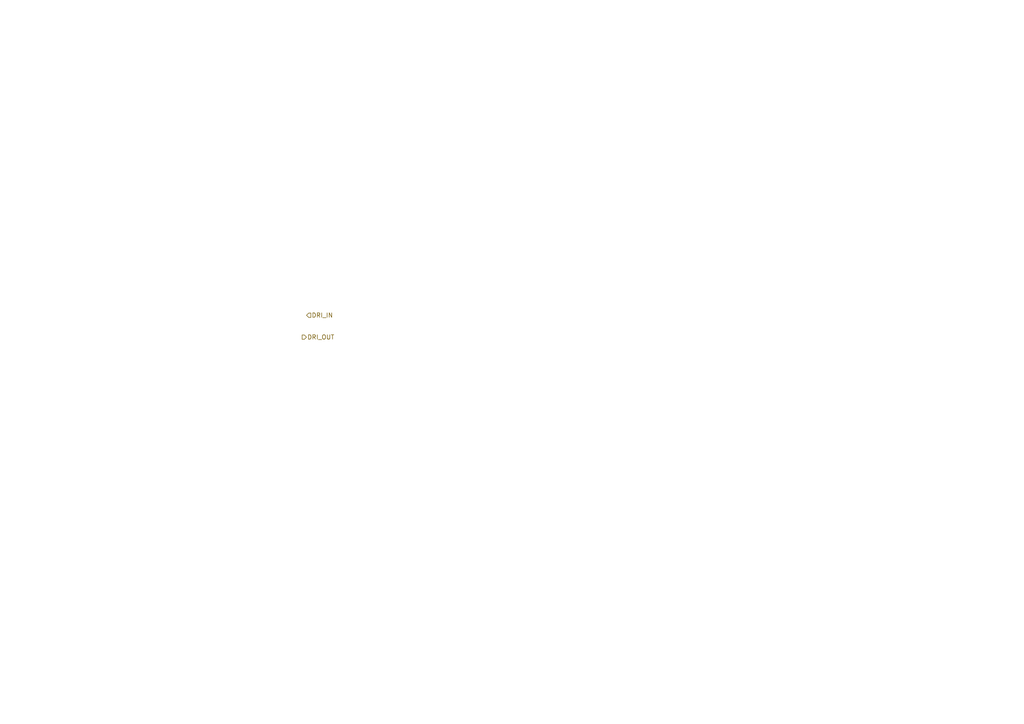
<source format=kicad_sch>
(kicad_sch
	(version 20231120)
	(generator "eeschema")
	(generator_version "8.0")
	(uuid "937310de-b2c4-4419-b5e1-b8edf6c60b83")
	(paper "A4")
	(lib_symbols)
	(hierarchical_label "DRI_IN"
		(shape input)
		(at 88.9 91.44 0)
		(fields_autoplaced yes)
		(effects
			(font
				(size 1.27 1.27)
			)
			(justify left)
		)
		(uuid "40e92aad-cee3-467c-a1af-c899eeb50ffd")
	)
	(hierarchical_label "DRI_OUT"
		(shape output)
		(at 87.63 97.79 0)
		(fields_autoplaced yes)
		(effects
			(font
				(size 1.27 1.27)
			)
			(justify left)
		)
		(uuid "8ad3c2d0-d25c-420d-a944-fee725bc2456")
	)
)
</source>
